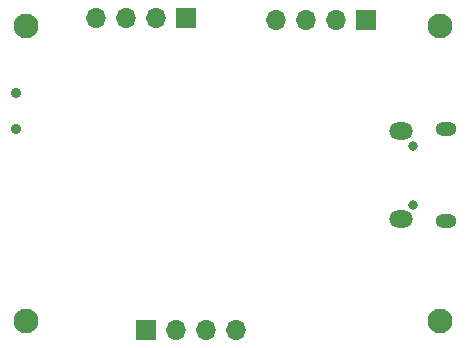
<source format=gbr>
%TF.GenerationSoftware,KiCad,Pcbnew,8.0.0*%
%TF.CreationDate,2024-04-09T16:16:32+09:00*%
%TF.ProjectId,240325_ESP32_d0146,32343033-3235-45f4-9553-5033325f6430,rev?*%
%TF.SameCoordinates,Original*%
%TF.FileFunction,Soldermask,Bot*%
%TF.FilePolarity,Negative*%
%FSLAX46Y46*%
G04 Gerber Fmt 4.6, Leading zero omitted, Abs format (unit mm)*
G04 Created by KiCad (PCBNEW 8.0.0) date 2024-04-09 16:16:32*
%MOMM*%
%LPD*%
G01*
G04 APERTURE LIST*
%ADD10C,0.900000*%
%ADD11R,1.700000X1.700000*%
%ADD12O,1.700000X1.700000*%
%ADD13C,2.100000*%
%ADD14O,0.800000X0.800000*%
%ADD15O,1.800000X1.150000*%
%ADD16O,2.000000X1.450000*%
G04 APERTURE END LIST*
D10*
%TO.C,SW1*%
X87420000Y-64000000D03*
X87420000Y-67000000D03*
%TD*%
D11*
%TO.C,J2*%
X101750000Y-57650000D03*
D12*
X99210000Y-57650000D03*
X96670000Y-57650000D03*
X94130000Y-57650000D03*
%TD*%
D13*
%TO.C,H1*%
X88250000Y-83250000D03*
%TD*%
%TO.C,H2*%
X123250000Y-83250000D03*
%TD*%
%TO.C,H3*%
X123250000Y-58250000D03*
%TD*%
D14*
%TO.C,J1*%
X121000000Y-73425000D03*
X121000000Y-68425000D03*
D15*
X123750000Y-74800000D03*
D16*
X119950000Y-74650000D03*
X119950000Y-67200000D03*
D15*
X123750000Y-67050000D03*
%TD*%
D11*
%TO.C,J4*%
X98380000Y-84000000D03*
D12*
X100920000Y-84000000D03*
X103460000Y-84000000D03*
X106000000Y-84000000D03*
%TD*%
D11*
%TO.C,J3*%
X117040000Y-57750000D03*
D12*
X114500000Y-57750000D03*
X111960000Y-57750000D03*
X109420000Y-57750000D03*
%TD*%
D13*
%TO.C,H4*%
X88250000Y-58250000D03*
%TD*%
M02*

</source>
